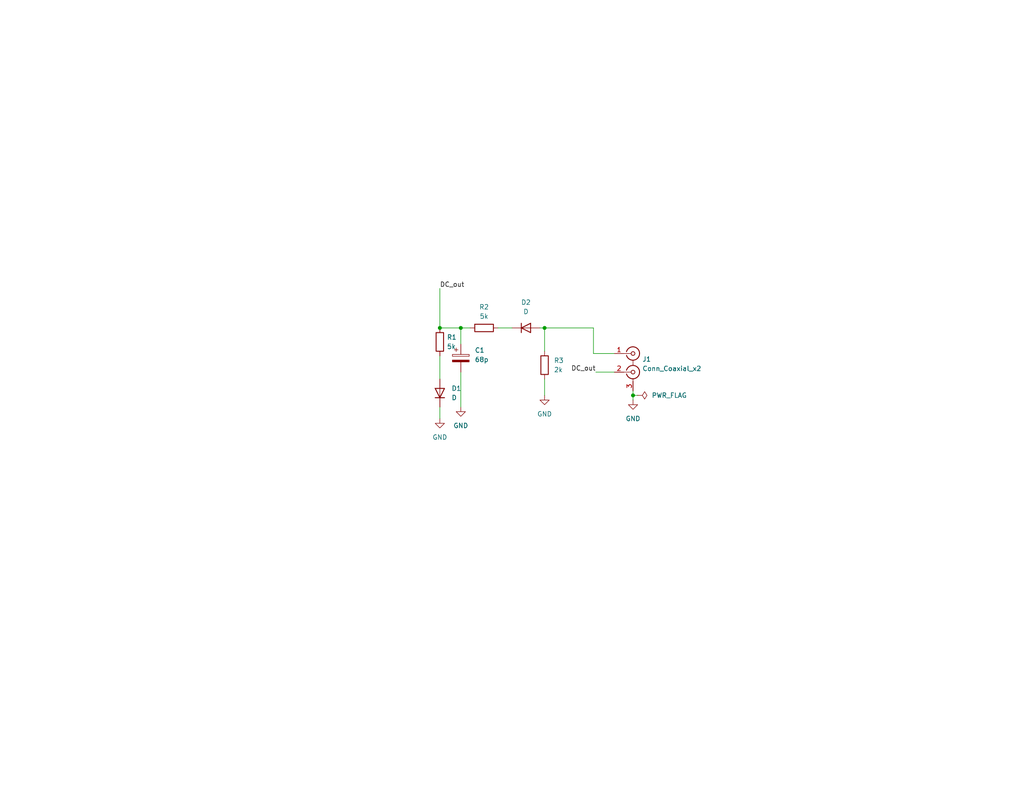
<source format=kicad_sch>
(kicad_sch (version 20211123) (generator eeschema)
  (paper "USLetter")
  (title_block (title "SAW Filter Breakout") (date "2022-07-01") (company "GQC") (comment 1 "Designed by Hans Gaensbauer"))
  (lib_symbols
    (symbol "Connector:Conn_Coaxial_x2" (pin_names (offset 1.016) hide)
      (property "Reference" "J" (at 0 5.715 0))
      (property "Value" "Conn_Coaxial_x2" (at 2.921 0 90))
      (symbol "Conn_Coaxial_x2_0_1"
        (arc (start -1.778 -3.048) (mid 0.222 -4.348) (end 1.778 -2.54) (stroke (width 0.254)))
        (arc (start -1.778 2.032) (mid 0.222 0.732) (end 1.778 2.54) (stroke (width 0.254)))
        (circle (center 0 -2.54) (radius 0.508) (stroke (width 0.2032)))
        (polyline (pts (xy -2.54 -2.54) (xy -0.508 -2.54)))
        (polyline (pts (xy -2.54 2.54) (xy -0.508 2.54)))
        (polyline (pts (xy 0 -5.08) (xy 0 -4.318)))
        (polyline (pts (xy 0 0.762) (xy 0 -0.635)))
        (circle (center 0 2.54) (radius 0.508) (stroke (width 0.2032)))
        (arc (start 1.778 -2.54) (mid 0.222 -0.7317) (end -1.778 -2.032) (stroke (width 0.254)))
        (arc (start 1.778 2.54) (mid 0.222 4.3483) (end -1.778 3.048) (stroke (width 0.254)))
      )
      (symbol "Conn_Coaxial_x2_1_1"
        (pin passive line (at -5.08 2.54 0) (length 2.54) (name "IN1") (number "1"))
        (pin passive line (at -5.08 -2.54 0) (length 2.54) (name "IN2") (number "2"))
        (pin passive line (at 0 -7.62 90) (length 2.54) (name "EXT") (number "3"))
      )
    )
    (symbol "Device:C_Polarized" (pin_numbers hide) (pin_names (offset 0.254))
      (property "Reference" "C" (at 0.635 2.54 0))
      (property "Value" "C_Polarized" (at 0.635 -2.54 0))
      (symbol "C_Polarized_0_1"
        (rectangle (start -2.286 0.508) (end 2.286 1.016))
        (polyline (pts (xy -1.778 2.286) (xy -0.762 2.286)))
        (polyline (pts (xy -1.27 2.794) (xy -1.27 1.778)))
        (rectangle (start 2.286 -0.508) (end -2.286 -1.016) (fill (type outline)))
      )
      (symbol "C_Polarized_1_1"
        (pin passive line (at 0 3.81 270) (length 2.794) (name "~") (number "1"))
        (pin passive line (at 0 -3.81 90) (length 2.794) (name "~") (number "2"))
      )
    )
    (symbol "Device:D" (pin_numbers hide) (pin_names (offset 1.016) hide)
      (property "Reference" "D" (at 0 2.54 0))
      (property "Value" "D" (at 0 -2.54 0))
      (symbol "D_0_1"
        (polyline (pts (xy -1.27 1.27) (xy -1.27 -1.27)) (stroke (width 0.254)))
        (polyline (pts (xy 1.27 0) (xy -1.27 0)))
        (polyline (pts (xy 1.27 1.27) (xy 1.27 -1.27) (xy -1.27 0) (xy 1.27 1.27)) (stroke (width 0.254)))
      )
      (symbol "D_1_1"
        (pin passive line (at -3.81 0 0) (length 2.54) (name "K") (number "1"))
        (pin passive line (at 3.81 0 180) (length 2.54) (name "A") (number "2"))
      )
    )
    (symbol "Device:R" (pin_numbers hide) (pin_names (offset 0))
      (property "Reference" "R" (at 2.032 0 90))
      (property "Value" "R" (at 0 0 90))
      (symbol "R_0_1"
        (rectangle (start -1.016 -2.54) (end 1.016 2.54) (stroke (width 0.254)))
      )
      (symbol "R_1_1"
        (pin passive line (at 0 3.81 270) (length 1.27) (name "~") (number "1"))
        (pin passive line (at 0 -3.81 90) (length 1.27) (name "~") (number "2"))
      )
    )
    (symbol "power:GND" (power) (pin_names (offset 0))
      (property "Value" "GND" (at 0 -3.81 0))
      (symbol "GND_0_1"
        (polyline (pts (xy 0 0) (xy 0 -1.27) (xy 1.27 -1.27) (xy 0 -2.54) (xy -1.27 -1.27) (xy 0 -1.27)))
      )
      (symbol "GND_1_1"
        (pin power_in line (at 0 0 270) (length 0) hide (name "GND") (number "1"))
      )
    )
    (symbol "power:PWR_FLAG" (power) (pin_numbers hide) (pin_names (offset 0) hide)
      (property "Value" "PWR_FLAG" (at 0 3.81 0))
      (symbol "PWR_FLAG_0_0"
        (pin power_out line (at 0 0 90) (length 0) (name "pwr") (number "1"))
      )
      (symbol "PWR_FLAG_0_1"
        (polyline (pts (xy 0 0) (xy 0 1.27) (xy -1.016 1.905) (xy 0 2.54) (xy 1.016 1.905) (xy 0 1.27)))
      )
    )
  )
  (junction (at 120.015 89.535))
  (junction (at 148.59 89.535))
  (junction (at 172.72 107.95))
  (junction (at 125.73 89.535))
  (wire (pts (xy 161.925 89.535) (xy 161.925 96.52)))
  (wire (pts (xy 120.015 89.535) (xy 125.73 89.535)))
  (wire (pts (xy 161.925 96.52) (xy 167.64 96.52)))
  (wire (pts (xy 148.59 89.535) (xy 161.925 89.535)))
  (wire (pts (xy 148.59 103.505) (xy 148.59 107.95)))
  (wire (pts (xy 172.72 107.95) (xy 173.99 107.95)))
  (wire (pts (xy 120.015 111.125) (xy 120.015 114.3)))
  (wire (pts (xy 120.015 97.155) (xy 120.015 103.505)))
  (wire (pts (xy 120.015 78.74) (xy 120.015 89.535)))
  (wire (pts (xy 172.72 109.22) (xy 172.72 107.95)))
  (wire (pts (xy 172.72 107.95) (xy 172.72 106.68)))
  (wire (pts (xy 135.89 89.535) (xy 139.7 89.535)))
  (wire (pts (xy 162.56 101.6) (xy 167.64 101.6)))
  (wire (pts (xy 125.73 89.535) (xy 128.27 89.535)))
  (wire (pts (xy 147.32 89.535) (xy 148.59 89.535)))
  (wire (pts (xy 148.59 89.535) (xy 148.59 95.885)))
  (wire (pts (xy 125.73 101.6) (xy 125.73 111.125)))
  (wire (pts (xy 125.73 93.98) (xy 125.73 89.535)))
  (label "DC_out" (at 162.56 101.6 180))
  (label "DC_out" (at 120.015 78.74 0))
  (symbol (lib_id "Device:D") (at 120.015 107.315 90) (unit 1)
    (property "Reference" "D1" (at 123.19 106.0449 90) (effects (justify right)))
    (property "Value" "D" (at 123.19 108.5849 90) (effects (justify right)))
    (property "Footprint" "Diode_SMD:D_0603_1608Metric" (effects hide))
  )
  (symbol (lib_id "power:GND") (at 148.59 107.95 0) (unit 1)
    (property "Reference" "#PWR01" (effects hide))
    (property "Value" "GND" (at 148.59 113.03 0))
  )
  (symbol (lib_id "power:PWR_FLAG") (at 173.99 107.95 270) (unit 1)
    (property "Reference" "#FLG0101" (effects hide))
    (property "Value" "PWR_FLAG" (at 177.8 107.9499 90) (effects (justify left)))
  )
  (symbol (lib_id "power:GND") (at 172.72 109.22 0) (unit 1)
    (property "Reference" "#PWR02" (effects hide))
    (property "Value" "GND" (at 172.72 114.3 0))
  )
  (symbol (lib_id "Device:C_Polarized") (at 125.73 97.79 0) (unit 1)
    (property "Reference" "C1" (at 129.54 95.6309 0) (effects (justify left)))
    (property "Value" "68p" (at 129.54 98.1709 0) (effects (justify left)))
    (property "Footprint" "Capacitor_SMD:C_1206_3216Metric" (effects hide))
  )
  (symbol (lib_id "Device:D") (at 143.51 89.535 0) (unit 1)
    (property "Reference" "D2" (at 143.51 82.55 0))
    (property "Value" "D" (at 143.51 85.09 0))
    (property "Footprint" "Diode_SMD:D_0603_1608Metric" (effects hide))
  )
  (symbol (lib_id "Device:R") (at 120.015 93.345 0) (unit 1)
    (property "Reference" "R1" (at 121.92 92.0749 0) (effects (justify left)))
    (property "Value" "5k" (at 121.92 94.6149 0) (effects (justify left)))
    (property "Footprint" "Resistor_SMD:R_0603_1608Metric" (effects hide))
  )
  (symbol (lib_id "Device:R") (at 132.08 89.535 90) (unit 1)
    (property "Reference" "R2" (at 132.08 83.82 90))
    (property "Value" "5k" (at 132.08 86.36 90))
    (property "Footprint" "Resistor_SMD:R_0603_1608Metric" (effects hide))
  )
  (symbol (lib_id "power:GND") (at 125.73 111.125 0) (unit 1)
    (property "Reference" "#PWR04" (effects hide))
    (property "Value" "GND" (at 125.73 116.205 0))
  )
  (symbol (lib_id "power:GND") (at 120.015 114.3 0) (unit 1)
    (property "Reference" "#PWR03" (effects hide))
    (property "Value" "GND" (at 120.015 119.38 0))
  )
  (symbol (lib_id "Connector:Conn_Coaxial_x2") (at 172.72 99.06 0) (unit 1)
    (property "Reference" "J1" (at 175.26 98.0831 0) (effects (justify left)))
    (property "Value" "Conn_Coaxial_x2" (at 175.26 100.6231 0) (effects (justify left)))
    (property "Footprint" "Personal:SMA-KIT-1.5MF" (effects hide))
    (property "Datasheet" " ~" (effects hide))
  )
  (symbol (lib_id "Device:R") (at 148.59 99.695 0) (unit 1)
    (property "Reference" "R3" (at 151.13 98.4249 0) (effects (justify left)))
    (property "Value" "2k" (at 151.13 100.9649 0) (effects (justify left)))
    (property "Footprint" "Resistor_SMD:R_0603_1608Metric" (effects hide))
  )
)
</source>
